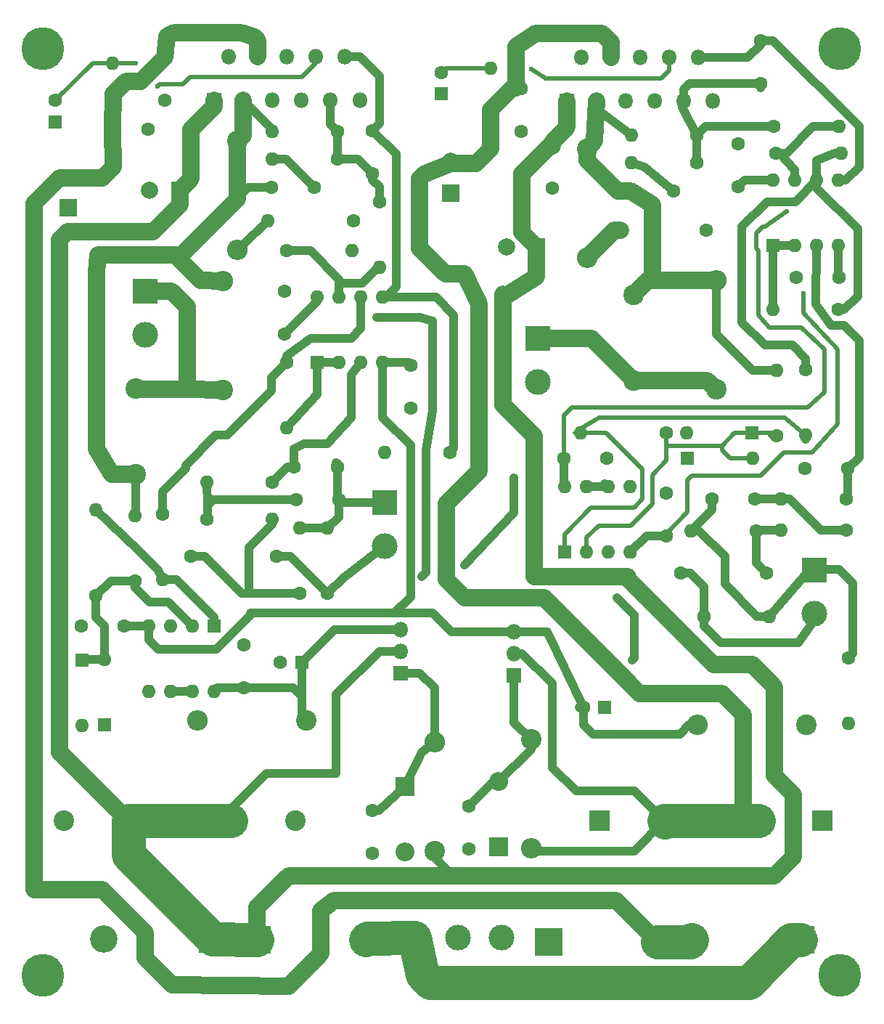
<source format=gbr>
G04 #@! TF.FileFunction,Copper,L2,Bot,Signal*
%FSLAX46Y46*%
G04 Gerber Fmt 4.6, Leading zero omitted, Abs format (unit mm)*
G04 Created by KiCad (PCBNEW 4.0.7) date 11/12/20 01:48:35*
%MOMM*%
%LPD*%
G01*
G04 APERTURE LIST*
%ADD10C,0.100000*%
%ADD11R,1.600000X1.600000*%
%ADD12O,1.600000X1.600000*%
%ADD13R,2.400000X2.400000*%
%ADD14C,2.400000*%
%ADD15R,1.800000X1.800000*%
%ADD16O,1.800000X1.800000*%
%ADD17C,1.600000*%
%ADD18O,2.400000X2.400000*%
%ADD19R,2.000000X2.000000*%
%ADD20C,2.000000*%
%ADD21R,3.200000X3.200000*%
%ADD22O,3.200000X3.200000*%
%ADD23R,2.200000X2.200000*%
%ADD24O,2.200000X2.200000*%
%ADD25R,3.000000X3.000000*%
%ADD26C,3.000000*%
%ADD27C,5.000000*%
%ADD28C,0.600000*%
%ADD29C,1.000000*%
%ADD30C,0.500000*%
%ADD31C,2.000000*%
%ADD32C,4.000000*%
G04 APERTURE END LIST*
D10*
D11*
X103250000Y-99750000D03*
D12*
X110870000Y-99750000D03*
D13*
X93000000Y-142000000D03*
D14*
X100500000Y-142000000D03*
D15*
X48000000Y-58000000D03*
D16*
X49700000Y-52920000D03*
X51400000Y-58000000D03*
X53100000Y-52920000D03*
X54800000Y-58000000D03*
X56500000Y-52920000D03*
X58200000Y-58000000D03*
X59900000Y-52920000D03*
X61600000Y-58000000D03*
X63300000Y-52920000D03*
X65000000Y-58000000D03*
D17*
X59700000Y-68100000D03*
X54700000Y-68100000D03*
D14*
X73750000Y-145500000D03*
D18*
X73750000Y-132800000D03*
D13*
X38000000Y-142000000D03*
D14*
X30500000Y-142000000D03*
D17*
X45275000Y-111175000D03*
X55275000Y-111175000D03*
X62550000Y-104575000D03*
X57550000Y-104575000D03*
X62375000Y-100725000D03*
X57375000Y-100725000D03*
X66500000Y-66500000D03*
X66500000Y-61500000D03*
D11*
X29500000Y-60500000D03*
D17*
X29500000Y-58000000D03*
X64250000Y-72000000D03*
D12*
X54250000Y-72000000D03*
D13*
X50000000Y-142000000D03*
D14*
X57500000Y-142000000D03*
D17*
X34250000Y-115750000D03*
D12*
X34250000Y-105750000D03*
D17*
X45350000Y-61350000D03*
X40350000Y-61350000D03*
X42250000Y-53000000D03*
X42250000Y-58000000D03*
X66500000Y-140750000D03*
X66500000Y-145750000D03*
X77750000Y-145250000D03*
X77750000Y-140250000D03*
D11*
X58250000Y-123500000D03*
D17*
X55750000Y-123500000D03*
D11*
X93600000Y-128800000D03*
D17*
X91100000Y-128800000D03*
X56250000Y-85250000D03*
X56250000Y-80250000D03*
X70975000Y-88850000D03*
X70975000Y-93850000D03*
D19*
X44000000Y-68500000D03*
D20*
X40500000Y-68500000D03*
D19*
X31000000Y-70500000D03*
D20*
X31000000Y-67000000D03*
D17*
X51500000Y-126500000D03*
X51500000Y-121500000D03*
X37500000Y-119250000D03*
X32500000Y-119250000D03*
D21*
X47850000Y-155770000D03*
D22*
X35150000Y-155770000D03*
D21*
X87030000Y-156070000D03*
D22*
X99730000Y-156070000D03*
D11*
X35250000Y-130750000D03*
D12*
X35250000Y-123130000D03*
D11*
X32575000Y-123250000D03*
D12*
X32575000Y-130870000D03*
D21*
X53040000Y-155840000D03*
D22*
X65740000Y-155840000D03*
D21*
X116430000Y-155880000D03*
D22*
X103730000Y-155880000D03*
D23*
X70250000Y-138000000D03*
D24*
X70250000Y-145620000D03*
D23*
X81250000Y-145000000D03*
D24*
X81250000Y-137380000D03*
D25*
X67900000Y-104875000D03*
D26*
X67900000Y-109955000D03*
D25*
X40000000Y-80250000D03*
D26*
X40000000Y-85330000D03*
D15*
X69750000Y-124750000D03*
D16*
X69750000Y-122210000D03*
X69750000Y-119670000D03*
D17*
X75500000Y-99000000D03*
D12*
X67880000Y-99000000D03*
D17*
X61250000Y-115500000D03*
D12*
X61250000Y-107880000D03*
D17*
X58000000Y-115500000D03*
D12*
X58000000Y-107880000D03*
D17*
X47175000Y-106825000D03*
D12*
X54795000Y-106825000D03*
D17*
X54825000Y-102500000D03*
D12*
X47205000Y-102500000D03*
D17*
X56500000Y-88500000D03*
D12*
X56500000Y-96120000D03*
D17*
X56500000Y-75500000D03*
D12*
X64120000Y-75500000D03*
D17*
X67300000Y-69850000D03*
D12*
X67300000Y-77470000D03*
D17*
X36200000Y-61250000D03*
D12*
X36200000Y-53630000D03*
D17*
X62400000Y-61600000D03*
D12*
X54780000Y-61600000D03*
D17*
X62400000Y-64800000D03*
D12*
X54780000Y-64800000D03*
D14*
X50750000Y-62750000D03*
D18*
X50750000Y-75450000D03*
D14*
X49000000Y-91750000D03*
D18*
X49000000Y-79050000D03*
D14*
X85000000Y-132500000D03*
D18*
X85000000Y-145200000D03*
D14*
X58750000Y-130250000D03*
D18*
X46050000Y-130250000D03*
D14*
X117125000Y-130825000D03*
D18*
X104425000Y-130825000D03*
D11*
X60075000Y-88550000D03*
D12*
X67695000Y-80930000D03*
X62615000Y-88550000D03*
X65155000Y-80930000D03*
X65155000Y-88550000D03*
X62615000Y-80930000D03*
X67695000Y-88550000D03*
X60075000Y-80930000D03*
D11*
X48000000Y-119250000D03*
D12*
X40380000Y-126870000D03*
X45460000Y-119250000D03*
X42920000Y-126870000D03*
X42920000Y-119250000D03*
X45460000Y-126870000D03*
X40380000Y-119250000D03*
X48000000Y-126870000D03*
D25*
X71390000Y-155630000D03*
D26*
X76470000Y-155630000D03*
X81550000Y-155630000D03*
D13*
X119000000Y-142000000D03*
D14*
X111500000Y-142000000D03*
D15*
X83000000Y-125000000D03*
D16*
X83000000Y-122460000D03*
X83000000Y-119920000D03*
D14*
X38850000Y-101600000D03*
X38850000Y-91600000D03*
D17*
X38750000Y-114000000D03*
D12*
X38750000Y-106380000D03*
D17*
X42000000Y-106250000D03*
D12*
X42000000Y-113870000D03*
D17*
X112450000Y-113100000D03*
X102450000Y-113100000D03*
X106100000Y-104500000D03*
X111100000Y-104500000D03*
X116950000Y-100900000D03*
X121950000Y-100900000D03*
X109190000Y-68030000D03*
X109190000Y-63030000D03*
X120900000Y-78600000D03*
X115900000Y-78600000D03*
X111750000Y-56000000D03*
X111750000Y-51000000D03*
D19*
X85600000Y-75050000D03*
D20*
X82100000Y-75050000D03*
D17*
X83850000Y-56600000D03*
X83850000Y-61600000D03*
X87450000Y-63200000D03*
X87450000Y-68200000D03*
D19*
X75600000Y-68850000D03*
D20*
X75600000Y-65350000D03*
D11*
X74500000Y-57250000D03*
D17*
X74500000Y-54750000D03*
X101600000Y-68600000D03*
X96600000Y-68600000D03*
X100750000Y-96750000D03*
D12*
X90750000Y-96750000D03*
D17*
X105450000Y-73150000D03*
D12*
X95450000Y-73150000D03*
D17*
X88800000Y-99700000D03*
X93800000Y-99700000D03*
X100750000Y-108750000D03*
X100750000Y-103750000D03*
D11*
X110750000Y-96750000D03*
D12*
X103130000Y-96750000D03*
D25*
X118000000Y-112750000D03*
D26*
X118000000Y-117830000D03*
D25*
X85750000Y-85750000D03*
D26*
X85750000Y-90830000D03*
D14*
X96950000Y-80650000D03*
X96950000Y-90650000D03*
D17*
X105200000Y-118150000D03*
D12*
X112820000Y-118150000D03*
D17*
X111300000Y-108150000D03*
D12*
X103680000Y-108150000D03*
D17*
X121800000Y-108100000D03*
D12*
X114180000Y-108100000D03*
D17*
X121750000Y-104450000D03*
D12*
X114130000Y-104450000D03*
D17*
X120850000Y-82400000D03*
D12*
X113230000Y-82400000D03*
D17*
X113520000Y-64120000D03*
D12*
X121140000Y-64120000D03*
D17*
X113320000Y-60990000D03*
D12*
X120940000Y-60990000D03*
D17*
X80300000Y-61850000D03*
D12*
X80300000Y-54230000D03*
D17*
X104300000Y-65300000D03*
D12*
X96680000Y-65300000D03*
D17*
X104300000Y-62000000D03*
D12*
X96680000Y-62000000D03*
D17*
X113600000Y-97100000D03*
D12*
X113600000Y-89480000D03*
D17*
X117050000Y-89400000D03*
D12*
X117050000Y-97020000D03*
D14*
X91500000Y-63650000D03*
D18*
X91500000Y-76350000D03*
D14*
X106600000Y-91700000D03*
D18*
X106600000Y-79000000D03*
D11*
X113200000Y-74950000D03*
D12*
X120820000Y-67330000D03*
X115740000Y-74950000D03*
X118280000Y-67330000D03*
X118280000Y-74950000D03*
X115740000Y-67330000D03*
X120820000Y-74950000D03*
X113200000Y-67330000D03*
D15*
X89200000Y-58100000D03*
D16*
X90900000Y-53020000D03*
X92600000Y-58100000D03*
X94300000Y-53020000D03*
X96000000Y-58100000D03*
X97700000Y-53020000D03*
X99400000Y-58100000D03*
X101100000Y-53020000D03*
X102800000Y-58100000D03*
X104500000Y-53020000D03*
X106200000Y-58100000D03*
D11*
X88925000Y-110650000D03*
D12*
X96545000Y-103030000D03*
X91465000Y-110650000D03*
X94005000Y-103030000D03*
X94005000Y-110650000D03*
X91465000Y-103030000D03*
X96545000Y-110650000D03*
X88925000Y-103030000D03*
D17*
X122000000Y-123000000D03*
D12*
X122000000Y-130620000D03*
D27*
X121000000Y-160000000D03*
X28000000Y-160000000D03*
X28000000Y-52000000D03*
X121000000Y-52000000D03*
D28*
X41400000Y-56400000D03*
X38900000Y-53650000D03*
X67000000Y-83250000D03*
X72250000Y-113500000D03*
X114810000Y-70920000D03*
X82975000Y-102000000D03*
X77200000Y-112125000D03*
X95000000Y-116000000D03*
X96750000Y-123250000D03*
X116750000Y-80500000D03*
X85000000Y-54300000D03*
D29*
X54795000Y-107380000D02*
X52075000Y-110100000D01*
X52075000Y-110100000D02*
X52075000Y-115500000D01*
X54795000Y-106825000D02*
X54795000Y-107380000D01*
X45275000Y-111175000D02*
X46900000Y-111175000D01*
X51225000Y-115500000D02*
X52075000Y-115500000D01*
X52075000Y-115500000D02*
X58000000Y-115500000D01*
X46900000Y-111175000D02*
X51225000Y-115500000D01*
X55275000Y-111175000D02*
X56925000Y-111175000D01*
X56925000Y-111175000D02*
X61250000Y-115500000D01*
X67900000Y-109955000D02*
X63170000Y-113580000D01*
X63170000Y-113580000D02*
X61250000Y-115500000D01*
X67900000Y-104875000D02*
X62850000Y-104875000D01*
X62850000Y-104875000D02*
X62550000Y-104575000D01*
X67695000Y-80930000D02*
X73930000Y-80930000D01*
X76000000Y-83000000D02*
X76000000Y-98500000D01*
X73930000Y-80930000D02*
X76000000Y-83000000D01*
X76000000Y-98500000D02*
X75500000Y-99000000D01*
X63300000Y-52920000D02*
X65020000Y-52920000D01*
X67300000Y-60700000D02*
X66500000Y-61500000D01*
X67300000Y-55200000D02*
X67300000Y-60700000D01*
X65020000Y-52920000D02*
X67300000Y-55200000D01*
X62375000Y-100725000D02*
X62375000Y-104400000D01*
X62375000Y-104400000D02*
X62550000Y-104575000D01*
X61250000Y-107880000D02*
X58000000Y-107880000D01*
X62550000Y-104575000D02*
X62550000Y-106580000D01*
X62550000Y-106580000D02*
X61250000Y-107880000D01*
X67075000Y-104050000D02*
X67900000Y-104875000D01*
X62275000Y-100225000D02*
X62375000Y-100325000D01*
X62375000Y-100325000D02*
X62375000Y-100725000D01*
X67695000Y-80930000D02*
X68070000Y-80930000D01*
X68070000Y-80930000D02*
X69250000Y-79750000D01*
X69250000Y-79750000D02*
X69250000Y-64250000D01*
X69250000Y-64250000D02*
X66500000Y-61500000D01*
X62850000Y-104875000D02*
X62550000Y-104575000D01*
X67850000Y-104825000D02*
X67900000Y-104875000D01*
D30*
X67000000Y-61000000D02*
X66500000Y-61500000D01*
X63380000Y-53000000D02*
X63300000Y-52920000D01*
D29*
X57550000Y-104575000D02*
X47900000Y-104575000D01*
X47253370Y-105221630D02*
X47253370Y-105221619D01*
X47900000Y-104575000D02*
X47253370Y-105221630D01*
X47205000Y-102500000D02*
X47253370Y-105221619D01*
X47253370Y-105221619D02*
X47280000Y-106720000D01*
X47280000Y-106720000D02*
X47175000Y-106825000D01*
X57375000Y-100725000D02*
X57375000Y-98625000D01*
X64000000Y-89955000D02*
X65155000Y-88550000D01*
X64000000Y-95000000D02*
X64000000Y-89955000D01*
X61250000Y-98000000D02*
X64000000Y-95000000D01*
X58500000Y-98000000D02*
X61250000Y-98000000D01*
X57375000Y-98625000D02*
X58500000Y-98000000D01*
X57375000Y-100725000D02*
X57375000Y-100225000D01*
X57375000Y-100725000D02*
X56600000Y-100725000D01*
X56600000Y-100725000D02*
X54825000Y-102500000D01*
X61600000Y-58000000D02*
X61600000Y-60800000D01*
X61600000Y-60800000D02*
X62400000Y-61600000D01*
X62400000Y-64800000D02*
X64800000Y-64800000D01*
X64800000Y-64800000D02*
X66500000Y-66500000D01*
X62400000Y-61600000D02*
X62400000Y-64800000D01*
X62000000Y-61200000D02*
X62400000Y-61600000D01*
X66500000Y-66500000D02*
X66500000Y-67250000D01*
X66500000Y-67250000D02*
X67300000Y-68050000D01*
X67300000Y-68050000D02*
X67300000Y-69850000D01*
D30*
X61600000Y-58000000D02*
X62000000Y-58000000D01*
X61600000Y-58000000D02*
X61600000Y-58100000D01*
D29*
X54780000Y-64800000D02*
X56400000Y-64800000D01*
X56400000Y-64800000D02*
X59700000Y-68100000D01*
X54700000Y-68100000D02*
X52000000Y-68100000D01*
X52000000Y-68100000D02*
X50750000Y-69350000D01*
X50750000Y-62750000D02*
X50750000Y-63250000D01*
X54780000Y-61600000D02*
X54780000Y-61330000D01*
X54780000Y-61330000D02*
X51400000Y-58000000D01*
D31*
X44050000Y-76600000D02*
X44050000Y-76200000D01*
X50750000Y-69500000D02*
X50750000Y-69350000D01*
X50750000Y-69350000D02*
X50750000Y-62750000D01*
X44050000Y-76200000D02*
X50750000Y-69500000D01*
X38850000Y-101600000D02*
X36050000Y-101600000D01*
X46450000Y-79000000D02*
X49000000Y-79050000D01*
X43500000Y-76050000D02*
X44050000Y-76600000D01*
X44050000Y-76600000D02*
X46450000Y-79000000D01*
X34500000Y-76050000D02*
X43500000Y-76050000D01*
X34300000Y-78000000D02*
X34500000Y-76050000D01*
X34300000Y-98600000D02*
X34300000Y-78000000D01*
X36050000Y-101600000D02*
X34300000Y-98600000D01*
D29*
X38850000Y-101600000D02*
X38850000Y-105780000D01*
X38850000Y-105780000D02*
X38750000Y-106380000D01*
D31*
X51400000Y-58000000D02*
X51400000Y-62100000D01*
X51400000Y-62100000D02*
X50750000Y-62750000D01*
D29*
X51400000Y-62100000D02*
X50750000Y-62750000D01*
D30*
X51400000Y-57600000D02*
X51400000Y-58000000D01*
X36200000Y-53630000D02*
X38880000Y-53630000D01*
X58300000Y-55300000D02*
X59900000Y-53700000D01*
X45200000Y-55300000D02*
X58300000Y-55300000D01*
X44400000Y-56100000D02*
X45200000Y-55300000D01*
X41700000Y-56100000D02*
X44400000Y-56100000D01*
X41400000Y-56400000D02*
X41700000Y-56100000D01*
X38880000Y-53630000D02*
X38900000Y-53650000D01*
X59900000Y-53700000D02*
X59900000Y-52920000D01*
X36200000Y-53630000D02*
X33870000Y-53630000D01*
X33870000Y-53630000D02*
X29500000Y-58000000D01*
D31*
X87450000Y-63200000D02*
X87450000Y-62850000D01*
X87450000Y-62850000D02*
X89200000Y-61100000D01*
X89200000Y-61100000D02*
X89200000Y-58100000D01*
X87450000Y-63200000D02*
X87300000Y-63200000D01*
X87300000Y-63200000D02*
X83950000Y-66550000D01*
X83950000Y-66550000D02*
X83950000Y-73400000D01*
X83950000Y-73400000D02*
X85600000Y-75050000D01*
X45350000Y-61350000D02*
X45350000Y-67150000D01*
X45350000Y-67150000D02*
X44000000Y-68500000D01*
X48000000Y-58000000D02*
X48000000Y-58700000D01*
X48000000Y-58700000D02*
X45350000Y-61350000D01*
D29*
X73750000Y-145500000D02*
X73750000Y-146250000D01*
X73750000Y-146250000D02*
X75900000Y-148400000D01*
D31*
X96250000Y-113550000D02*
X96250000Y-113750000D01*
X96250000Y-113550000D02*
X93475000Y-113550000D01*
X85325000Y-103475000D02*
X85325000Y-97125000D01*
X85325000Y-97125000D02*
X81700000Y-93500000D01*
X85325000Y-103475000D02*
X85325000Y-113530824D01*
X53040000Y-152060000D02*
X56700000Y-148400000D01*
X56700000Y-148400000D02*
X70850000Y-148400000D01*
X70850000Y-148400000D02*
X75900000Y-148400000D01*
X75900000Y-148400000D02*
X113350000Y-148400000D01*
X113350000Y-148400000D02*
X115550000Y-146200000D01*
X115550000Y-146200000D02*
X115550000Y-138900000D01*
X115550000Y-138900000D02*
X113400000Y-136750000D01*
X113400000Y-136750000D02*
X113400000Y-129500000D01*
X53040000Y-155840000D02*
X53040000Y-152060000D01*
X93475000Y-113550000D02*
X85325000Y-113530824D01*
X81700000Y-93500000D02*
X81700000Y-81000000D01*
X113400000Y-126350000D02*
X113400000Y-129500000D01*
X110825000Y-123775000D02*
X113400000Y-126350000D01*
X106275000Y-123775000D02*
X110825000Y-123775000D01*
X96250000Y-113750000D02*
X106275000Y-123775000D01*
X44000000Y-68500000D02*
X44000000Y-70200000D01*
X44000000Y-70200000D02*
X40900000Y-73300000D01*
X40900000Y-73300000D02*
X30900000Y-73300000D01*
X30900000Y-73300000D02*
X30000000Y-74200000D01*
X30000000Y-74200000D02*
X30000000Y-80050000D01*
X30000000Y-80050000D02*
X30000000Y-92250000D01*
X30000000Y-91750000D02*
X30000000Y-92250000D01*
X30000000Y-92250000D02*
X30000000Y-118150000D01*
X87450000Y-63350000D02*
X87450000Y-63150000D01*
X85600000Y-75050000D02*
X85650000Y-78550000D01*
X85650000Y-78550000D02*
X81700000Y-81000000D01*
X81700000Y-81000000D02*
X81700000Y-80600000D01*
D29*
X50000000Y-142000000D02*
X50000000Y-140600000D01*
X54100000Y-136500000D02*
X62250000Y-136500000D01*
X50000000Y-140600000D02*
X54100000Y-136500000D01*
X69750000Y-122210000D02*
X67290000Y-122210000D01*
X62250000Y-127250000D02*
X62250000Y-136500000D01*
X67290000Y-122210000D02*
X62250000Y-127250000D01*
D31*
X44500000Y-68000000D02*
X44000000Y-68500000D01*
X30000000Y-118150000D02*
X30000000Y-134000000D01*
X30000000Y-134000000D02*
X38000000Y-142000000D01*
X30000000Y-118150000D02*
X30000000Y-119000000D01*
D32*
X38000000Y-142000000D02*
X38000000Y-145920000D01*
X38000000Y-145920000D02*
X47850000Y-155770000D01*
D29*
X44500000Y-68000000D02*
X44000000Y-68500000D01*
X48000000Y-58000000D02*
X47750000Y-58000000D01*
D32*
X50000000Y-142000000D02*
X38000000Y-142000000D01*
X53040000Y-155840000D02*
X47870000Y-155750000D01*
X47870000Y-155750000D02*
X47850000Y-155770000D01*
D29*
X38750000Y-114000000D02*
X38750000Y-114750000D01*
X38750000Y-114750000D02*
X40500000Y-116500000D01*
X42710000Y-116500000D02*
X45460000Y-119250000D01*
X40500000Y-116500000D02*
X42710000Y-116500000D01*
X35250000Y-123130000D02*
X32695000Y-123130000D01*
X32695000Y-123130000D02*
X32575000Y-123250000D01*
X34250000Y-115750000D02*
X34250000Y-118250000D01*
X35250000Y-119250000D02*
X35250000Y-123130000D01*
X34250000Y-118250000D02*
X35250000Y-119250000D01*
X38750000Y-114000000D02*
X36000000Y-114000000D01*
X36000000Y-114000000D02*
X34250000Y-115750000D01*
X42000000Y-113870000D02*
X43620000Y-113870000D01*
X48000000Y-118250000D02*
X48000000Y-119250000D01*
X43620000Y-113870000D02*
X48000000Y-118250000D01*
X34250000Y-105750000D02*
X39200000Y-110500000D01*
X41475000Y-112775000D02*
X42000000Y-113870000D01*
X39200000Y-110500000D02*
X41475000Y-112775000D01*
X83850000Y-56600000D02*
X83850000Y-56000000D01*
X83850000Y-56000000D02*
X83200000Y-55350000D01*
D30*
X83850000Y-56000000D02*
X83200000Y-55350000D01*
D31*
X83200000Y-56500000D02*
X83200000Y-55350000D01*
X83200000Y-55350000D02*
X83200000Y-51750000D01*
X94300000Y-51200000D02*
X94300000Y-53020000D01*
X93250000Y-50150000D02*
X94300000Y-51200000D01*
X85550000Y-50150000D02*
X93250000Y-50150000D01*
X83200000Y-51750000D02*
X85550000Y-50150000D01*
X80300000Y-61850000D02*
X80300000Y-63650000D01*
X78600000Y-65350000D02*
X75600000Y-65350000D01*
X80300000Y-63650000D02*
X78600000Y-65350000D01*
X83200000Y-56500000D02*
X82750000Y-56600000D01*
X80300000Y-59050000D02*
X80300000Y-61850000D01*
X82750000Y-56600000D02*
X80300000Y-59050000D01*
X31000000Y-67000000D02*
X30000000Y-67000000D01*
X30000000Y-67000000D02*
X27000000Y-70000000D01*
X27000000Y-90800000D02*
X27000000Y-70000000D01*
X36200000Y-61250000D02*
X36250000Y-65750000D01*
X35000000Y-67000000D02*
X31000000Y-67000000D01*
X36250000Y-65750000D02*
X35000000Y-67000000D01*
X27000000Y-150000000D02*
X35000000Y-150000000D01*
X40000000Y-158000000D02*
X43100000Y-161100000D01*
X40000000Y-155000000D02*
X40000000Y-158000000D01*
X35000000Y-150000000D02*
X40000000Y-155000000D01*
D29*
X100500000Y-142000000D02*
X97000000Y-145500000D01*
X97000000Y-145500000D02*
X85300000Y-145500000D01*
X85300000Y-145500000D02*
X85000000Y-145200000D01*
X85000000Y-145200000D02*
X85450000Y-145200000D01*
D31*
X109750000Y-130750000D02*
X109750000Y-129575000D01*
X109750000Y-142000000D02*
X109750000Y-130750000D01*
X80600000Y-115975000D02*
X77250000Y-115975000D01*
X75150000Y-105000000D02*
X78950000Y-101200000D01*
X75150000Y-113875000D02*
X75150000Y-105000000D01*
X77250000Y-115975000D02*
X75150000Y-113875000D01*
X72500000Y-66650000D02*
X75600000Y-65350000D01*
X72000000Y-67150000D02*
X72500000Y-66650000D01*
X72000000Y-75250000D02*
X72000000Y-67150000D01*
X75000000Y-78250000D02*
X72000000Y-75250000D01*
X77250000Y-78250000D02*
X75000000Y-78250000D01*
X78950000Y-81650000D02*
X77250000Y-78250000D01*
X78950000Y-101200000D02*
X78950000Y-81650000D01*
X86525000Y-115975000D02*
X96900000Y-126350000D01*
X80600000Y-115975000D02*
X86525000Y-115975000D01*
X97675000Y-127125000D02*
X96900000Y-126350000D01*
X107300000Y-127125000D02*
X97675000Y-127125000D01*
X109750000Y-129575000D02*
X107300000Y-127125000D01*
X27000000Y-96500000D02*
X27000000Y-90800000D01*
X27000000Y-112675000D02*
X27000000Y-96500000D01*
X93700000Y-151250000D02*
X94910000Y-151250000D01*
X62000000Y-151250000D02*
X60500000Y-152500000D01*
X60500000Y-152500000D02*
X60500000Y-157500000D01*
X60500000Y-157500000D02*
X56750000Y-161250000D01*
X56750000Y-161250000D02*
X43100000Y-161100000D01*
X93700000Y-151250000D02*
X62000000Y-151250000D01*
X94910000Y-151250000D02*
X99730000Y-156070000D01*
X27000000Y-150000000D02*
X27000000Y-112675000D01*
X75600000Y-65350000D02*
X75600000Y-65100000D01*
X42250000Y-53000000D02*
X42480000Y-50540000D01*
X53100000Y-51000000D02*
X53100000Y-52920000D01*
X52750000Y-50650000D02*
X53100000Y-51000000D01*
X51130000Y-50140000D02*
X52750000Y-50650000D01*
X43380000Y-50140000D02*
X51130000Y-50140000D01*
X42480000Y-50540000D02*
X43380000Y-50140000D01*
X36200000Y-61250000D02*
X36250000Y-57250000D01*
X39500000Y-55750000D02*
X42250000Y-53000000D01*
X37750000Y-55750000D02*
X39500000Y-55750000D01*
X36250000Y-57250000D02*
X37750000Y-55750000D01*
X27000000Y-112675000D02*
X27000000Y-111500000D01*
D29*
X83000000Y-122460000D02*
X83960000Y-122460000D01*
X97000000Y-138500000D02*
X100500000Y-142000000D01*
X90250000Y-138500000D02*
X97000000Y-138500000D01*
X87500000Y-135750000D02*
X90250000Y-138500000D01*
X87500000Y-126000000D02*
X87500000Y-135750000D01*
X83960000Y-122460000D02*
X87500000Y-126000000D01*
X53100000Y-52350000D02*
X53100000Y-52920000D01*
D32*
X100500000Y-142000000D02*
X109750000Y-142000000D01*
X109750000Y-142000000D02*
X111500000Y-142000000D01*
D29*
X111500000Y-142000000D02*
X111500000Y-141160000D01*
D32*
X100610000Y-142110000D02*
X100500000Y-142000000D01*
X99730000Y-156070000D02*
X103540000Y-156070000D01*
X103540000Y-156070000D02*
X103730000Y-155880000D01*
D29*
X69750000Y-124750000D02*
X72000000Y-124750000D01*
X73750000Y-126500000D02*
X73750000Y-132800000D01*
X72000000Y-124750000D02*
X73750000Y-126500000D01*
X73750000Y-132800000D02*
X72250000Y-134000000D01*
X72250000Y-134000000D02*
X70250000Y-138000000D01*
X66500000Y-140750000D02*
X67250000Y-140750000D01*
X67250000Y-140750000D02*
X70250000Y-138000000D01*
X80620000Y-137380000D02*
X77750000Y-140250000D01*
X85000000Y-133630000D02*
X81250000Y-137380000D01*
X83000000Y-125000000D02*
X83000000Y-130500000D01*
X83000000Y-130500000D02*
X85000000Y-132500000D01*
X84750000Y-132250000D02*
X85000000Y-132500000D01*
X85000000Y-132500000D02*
X85000000Y-133630000D01*
X81250000Y-137380000D02*
X80620000Y-137380000D01*
X113200000Y-67330000D02*
X109890000Y-67330000D01*
X109890000Y-67330000D02*
X109190000Y-68030000D01*
X60075000Y-80930000D02*
X60075000Y-81425000D01*
X60075000Y-81425000D02*
X56250000Y-85250000D01*
X72000000Y-83250000D02*
X67000000Y-83250000D01*
X73500000Y-83750000D02*
X72000000Y-83250000D01*
X73500000Y-94250000D02*
X73500000Y-83750000D01*
X72750000Y-98750000D02*
X73500000Y-94250000D01*
X72750000Y-113000000D02*
X72750000Y-98750000D01*
X72250000Y-113500000D02*
X72750000Y-113000000D01*
X51500000Y-126500000D02*
X57250000Y-126500000D01*
X57250000Y-126500000D02*
X58250000Y-127500000D01*
D30*
X88800000Y-99700000D02*
X88800000Y-94700000D01*
X112250000Y-72750000D02*
X114810000Y-70920000D01*
X112000000Y-72750000D02*
X112250000Y-72750000D01*
X111250000Y-73500000D02*
X112000000Y-72750000D01*
X111250000Y-75250000D02*
X111250000Y-73500000D01*
X111500000Y-75500000D02*
X111250000Y-75250000D01*
X111500000Y-83000000D02*
X111500000Y-75500000D01*
X112750000Y-84500000D02*
X111500000Y-83000000D01*
X116500000Y-84500000D02*
X112750000Y-84500000D01*
X119250000Y-87000000D02*
X116500000Y-84500000D01*
X119250000Y-92000000D02*
X119250000Y-87000000D01*
X117250000Y-93750000D02*
X119250000Y-92000000D01*
X89750000Y-93750000D02*
X117250000Y-93750000D01*
X88800000Y-94700000D02*
X89750000Y-93750000D01*
D29*
X82975000Y-106100000D02*
X82975000Y-102000000D01*
X77200000Y-112125000D02*
X82975000Y-106100000D01*
X88800000Y-99700000D02*
X88800000Y-102905000D01*
X88800000Y-102905000D02*
X88925000Y-103030000D01*
X88800000Y-102905000D02*
X88925000Y-103030000D01*
X58250000Y-123500000D02*
X58250000Y-127500000D01*
X58250000Y-127500000D02*
X58250000Y-129750000D01*
X58250000Y-129750000D02*
X58750000Y-130250000D01*
X51500000Y-126500000D02*
X48370000Y-126500000D01*
X48370000Y-126500000D02*
X48000000Y-126870000D01*
X69750000Y-119670000D02*
X62080000Y-119670000D01*
X62080000Y-119670000D02*
X58250000Y-123500000D01*
X70950000Y-98525000D02*
X70950000Y-98200000D01*
X70950000Y-98525000D02*
X70950000Y-115850000D01*
X69050000Y-117750000D02*
X70950000Y-115850000D01*
X67695000Y-94945000D02*
X67695000Y-88550000D01*
X70950000Y-98200000D02*
X67695000Y-94945000D01*
X97000000Y-118000000D02*
X95000000Y-116000000D01*
X97000000Y-123000000D02*
X97000000Y-118000000D01*
X96750000Y-123250000D02*
X97000000Y-123000000D01*
X52250000Y-117750000D02*
X52250000Y-118000000D01*
X69050000Y-117750000D02*
X52250000Y-117750000D01*
X40380000Y-120880000D02*
X40380000Y-119250000D01*
X41500000Y-122000000D02*
X40380000Y-120880000D01*
X48250000Y-122000000D02*
X41500000Y-122000000D01*
X52250000Y-118000000D02*
X48250000Y-122000000D01*
X40380000Y-119250000D02*
X37500000Y-119250000D01*
X100750000Y-108750000D02*
X98445000Y-108750000D01*
X98445000Y-108750000D02*
X96545000Y-110650000D01*
D30*
X120750000Y-87750000D02*
X120750000Y-87000000D01*
X116750000Y-82750000D02*
X116750000Y-80500000D01*
X120750000Y-87000000D02*
X116750000Y-82750000D01*
X100750000Y-108750000D02*
X100750000Y-108500000D01*
X100750000Y-108500000D02*
X103250000Y-106000000D01*
X103250000Y-106000000D02*
X103250000Y-102250000D01*
X103250000Y-102250000D02*
X103750000Y-101750000D01*
X103750000Y-101750000D02*
X111750000Y-101750000D01*
X111750000Y-101750000D02*
X114500000Y-99000000D01*
X114500000Y-99000000D02*
X117750000Y-99000000D01*
X117750000Y-99000000D02*
X120750000Y-95750000D01*
X120750000Y-95750000D02*
X120750000Y-87750000D01*
X120750000Y-87750000D02*
X120750000Y-87500000D01*
D29*
X104425000Y-130825000D02*
X103425000Y-130825000D01*
X103425000Y-130825000D02*
X102350000Y-131900000D01*
X102350000Y-131900000D02*
X92200000Y-131900000D01*
X92200000Y-131900000D02*
X91100000Y-130800000D01*
X91100000Y-130800000D02*
X91100000Y-128800000D01*
X96820000Y-110925000D02*
X96545000Y-110650000D01*
X120820000Y-74950000D02*
X120820000Y-78520000D01*
X120820000Y-78520000D02*
X120900000Y-78600000D01*
X67695000Y-88550000D02*
X67695000Y-88855000D01*
X67695000Y-88550000D02*
X70675000Y-88550000D01*
X70675000Y-88550000D02*
X70975000Y-88850000D01*
X83000000Y-119920000D02*
X75670000Y-119920000D01*
X73500000Y-117750000D02*
X69050000Y-117750000D01*
X75670000Y-119920000D02*
X73500000Y-117750000D01*
X83000000Y-119920000D02*
X82670000Y-119920000D01*
X91100000Y-128800000D02*
X90600000Y-128800000D01*
X90600000Y-128800000D02*
X90650000Y-128850000D01*
X83000000Y-119920000D02*
X86920000Y-119920000D01*
X86920000Y-119920000D02*
X91100000Y-128800000D01*
D32*
X116430000Y-155880000D02*
X115370000Y-155880000D01*
X115370000Y-155880000D02*
X110420000Y-160830000D01*
X71390000Y-155630000D02*
X72280000Y-159890000D01*
X73220000Y-160830000D02*
X110420000Y-160830000D01*
X72280000Y-159890000D02*
X73220000Y-160830000D01*
X71390000Y-155630000D02*
X65920000Y-155660000D01*
X65920000Y-155660000D02*
X65740000Y-155840000D01*
D31*
X40000000Y-80250000D02*
X43050000Y-80250000D01*
X43050000Y-80250000D02*
X44850000Y-82050000D01*
X44850000Y-82050000D02*
X44850000Y-91700000D01*
X49000000Y-91750000D02*
X44850000Y-91700000D01*
X44850000Y-91700000D02*
X38950000Y-91700000D01*
X38950000Y-91700000D02*
X38850000Y-91600000D01*
D29*
X60075000Y-88550000D02*
X60075000Y-92295000D01*
X60075000Y-92295000D02*
X56500000Y-96120000D01*
X62615000Y-88550000D02*
X60075000Y-88550000D01*
X42000000Y-106250000D02*
X42000000Y-103620000D01*
X54710000Y-90290000D02*
X56500000Y-88500000D01*
X54710000Y-91810000D02*
X54710000Y-90290000D01*
X49510000Y-97010000D02*
X54710000Y-91810000D01*
X48220000Y-97010000D02*
X49510000Y-97010000D01*
X44700000Y-100530000D02*
X48220000Y-97010000D01*
X44700000Y-100920000D02*
X44700000Y-100530000D01*
X42000000Y-103620000D02*
X44700000Y-100920000D01*
X56500000Y-87750000D02*
X59250000Y-85750000D01*
X65155000Y-84595000D02*
X65155000Y-80930000D01*
X64000000Y-85750000D02*
X65155000Y-84595000D01*
X59250000Y-85750000D02*
X64000000Y-85750000D01*
X56500000Y-88500000D02*
X56500000Y-87750000D01*
X64120000Y-75500000D02*
X64120000Y-75330000D01*
X45460000Y-126870000D02*
X42920000Y-126870000D01*
X54250000Y-72000000D02*
X51200000Y-75000000D01*
X51200000Y-75000000D02*
X50750000Y-75450000D01*
X114180000Y-108100000D02*
X111350000Y-108100000D01*
X111350000Y-108100000D02*
X111300000Y-108150000D01*
X111300000Y-108150000D02*
X111300000Y-111950000D01*
X111300000Y-111950000D02*
X112450000Y-113100000D01*
X102450000Y-113100000D02*
X103600000Y-113100000D01*
X105200000Y-114700000D02*
X105200000Y-118150000D01*
X103600000Y-113100000D02*
X105200000Y-114700000D01*
X118000000Y-117830000D02*
X118000000Y-118600000D01*
X118000000Y-118600000D02*
X116200000Y-121200000D01*
X116200000Y-121200000D02*
X107100000Y-121200000D01*
X107100000Y-121200000D02*
X105200000Y-119300000D01*
X105200000Y-119300000D02*
X105200000Y-118150000D01*
X114130000Y-104450000D02*
X111150000Y-104450000D01*
X111150000Y-104450000D02*
X111100000Y-104500000D01*
X114130000Y-104450000D02*
X115150000Y-104450000D01*
X118800000Y-108100000D02*
X121800000Y-108100000D01*
X115150000Y-104450000D02*
X118800000Y-108100000D01*
X121870000Y-108030000D02*
X121800000Y-108100000D01*
X118280000Y-74950000D02*
X118250000Y-81750000D01*
X123250000Y-99600000D02*
X121950000Y-100900000D01*
X123250000Y-86000000D02*
X123250000Y-99600000D01*
X121500000Y-84250000D02*
X123250000Y-86000000D01*
X120000000Y-84250000D02*
X121500000Y-84250000D01*
X118250000Y-81750000D02*
X120000000Y-84250000D01*
X121950000Y-100900000D02*
X121950000Y-104250000D01*
X121950000Y-104250000D02*
X121750000Y-104450000D01*
X113320000Y-60990000D02*
X105310000Y-60990000D01*
X105310000Y-60990000D02*
X104300000Y-62000000D01*
X104380000Y-61920000D02*
X104300000Y-62000000D01*
X102800000Y-58100000D02*
X102800000Y-56700000D01*
X103500000Y-56000000D02*
X111750000Y-56000000D01*
X102800000Y-56700000D02*
X103500000Y-56000000D01*
X111750000Y-56000000D02*
X111750000Y-56500000D01*
X104300000Y-62000000D02*
X104300000Y-65300000D01*
X102800000Y-58100000D02*
X102600000Y-58850000D01*
X102600000Y-58850000D02*
X104300000Y-62000000D01*
D30*
X101100000Y-54500000D02*
X101100000Y-53020000D01*
X100150000Y-55450000D02*
X101100000Y-54500000D01*
X86750000Y-55450000D02*
X100150000Y-55450000D01*
X85000000Y-54300000D02*
X86750000Y-55450000D01*
X80300000Y-54230000D02*
X75020000Y-54230000D01*
X75020000Y-54230000D02*
X74500000Y-54750000D01*
D29*
X96680000Y-65300000D02*
X98250000Y-65750000D01*
X98250000Y-65750000D02*
X101600000Y-68600000D01*
D31*
X91500000Y-63650000D02*
X91500000Y-65000000D01*
X95100000Y-68600000D02*
X96600000Y-68600000D01*
X91500000Y-65000000D02*
X95100000Y-68600000D01*
X99200000Y-71750000D02*
X99200000Y-70200000D01*
X99200000Y-70200000D02*
X96600000Y-68600000D01*
X99200000Y-79000000D02*
X99200000Y-71750000D01*
D29*
X96680000Y-62000000D02*
X95000000Y-60750000D01*
X95000000Y-60750000D02*
X92600000Y-59000000D01*
X92600000Y-59000000D02*
X92600000Y-58100000D01*
X106600000Y-79000000D02*
X106600000Y-85200000D01*
X110880000Y-89480000D02*
X113600000Y-89480000D01*
X106600000Y-85200000D02*
X110880000Y-89480000D01*
D31*
X91500000Y-63650000D02*
X91500000Y-64050000D01*
X106600000Y-79000000D02*
X103450000Y-79000000D01*
X103450000Y-79000000D02*
X99200000Y-79000000D01*
X99200000Y-79000000D02*
X98600000Y-79000000D01*
X98600000Y-79000000D02*
X96950000Y-80650000D01*
X92600000Y-58100000D02*
X92400000Y-62750000D01*
X92400000Y-62750000D02*
X91500000Y-63650000D01*
D30*
X110750000Y-96750000D02*
X113250000Y-96750000D01*
X113250000Y-96750000D02*
X113600000Y-97100000D01*
X107250000Y-98250000D02*
X107250000Y-98750000D01*
X108250000Y-99750000D02*
X110870000Y-99750000D01*
X107250000Y-98750000D02*
X108250000Y-99750000D01*
X100750000Y-98250000D02*
X107250000Y-98250000D01*
X108750000Y-96750000D02*
X110750000Y-96750000D01*
X107250000Y-98250000D02*
X108750000Y-96750000D01*
X99125000Y-102250000D02*
X99125000Y-101625000D01*
X100750000Y-100000000D02*
X100750000Y-98250000D01*
X100750000Y-98250000D02*
X100750000Y-96750000D01*
X99125000Y-101625000D02*
X100750000Y-100000000D01*
X113600000Y-97100000D02*
X112900000Y-97100000D01*
X110750000Y-99630000D02*
X110870000Y-99750000D01*
X99125000Y-102250000D02*
X99125000Y-105050000D01*
X99125000Y-105050000D02*
X96625000Y-107550000D01*
X96625000Y-107550000D02*
X92900000Y-107550000D01*
X92900000Y-107550000D02*
X91465000Y-108985000D01*
X91465000Y-108985000D02*
X91465000Y-110650000D01*
D29*
X110900000Y-99720000D02*
X110870000Y-99750000D01*
X110900000Y-99720000D02*
X110870000Y-99750000D01*
D30*
X90750000Y-96750000D02*
X93750000Y-96750000D01*
X88925000Y-108575000D02*
X88925000Y-110650000D01*
X92000000Y-105500000D02*
X88925000Y-108575000D01*
X97000000Y-105500000D02*
X92000000Y-105500000D01*
X98000000Y-104500000D02*
X97000000Y-105500000D01*
X98000000Y-101000000D02*
X98000000Y-104500000D01*
X93750000Y-96750000D02*
X98000000Y-101000000D01*
X90750000Y-96750000D02*
X90750000Y-96250000D01*
X90750000Y-96250000D02*
X93000000Y-95000000D01*
X114530000Y-95000000D02*
X117050000Y-97020000D01*
X93000000Y-95000000D02*
X114530000Y-95000000D01*
X90750000Y-96750000D02*
X90100000Y-96750000D01*
D29*
X117050000Y-97020000D02*
X117050000Y-97550000D01*
D31*
X95450000Y-73150000D02*
X94700000Y-73150000D01*
X94700000Y-73150000D02*
X91500000Y-76350000D01*
X85750000Y-85750000D02*
X92050000Y-85750000D01*
X92050000Y-85750000D02*
X96950000Y-90650000D01*
X96950000Y-90650000D02*
X105550000Y-90650000D01*
X105550000Y-90650000D02*
X106600000Y-91700000D01*
D29*
X117050000Y-89400000D02*
X117050000Y-88100000D01*
X115810000Y-69800000D02*
X118280000Y-67330000D01*
X112550000Y-69800000D02*
X115810000Y-69800000D01*
X109610000Y-72740000D02*
X112550000Y-69800000D01*
X109610000Y-83890000D02*
X109610000Y-72740000D01*
X112250000Y-86530000D02*
X109610000Y-83890000D01*
X115480000Y-86530000D02*
X112250000Y-86530000D01*
X117050000Y-88100000D02*
X115480000Y-86530000D01*
X118280000Y-67330000D02*
X118280000Y-68180000D01*
X123100000Y-80850000D02*
X121550000Y-82400000D01*
X123100000Y-73000000D02*
X123100000Y-80850000D01*
X118280000Y-68180000D02*
X123100000Y-73000000D01*
X121550000Y-82400000D02*
X120850000Y-82400000D01*
X121140000Y-64120000D02*
X120420000Y-64120000D01*
X120420000Y-64120000D02*
X118280000Y-64970000D01*
X118280000Y-64970000D02*
X118280000Y-67330000D01*
X115740000Y-74950000D02*
X113200000Y-74950000D01*
X113200000Y-74950000D02*
X113200000Y-82370000D01*
X113200000Y-82370000D02*
X113230000Y-82400000D01*
X113520000Y-64120000D02*
X114780000Y-64120000D01*
X117910000Y-60990000D02*
X120940000Y-60990000D01*
X114780000Y-64120000D02*
X117910000Y-60990000D01*
X115740000Y-67330000D02*
X115470000Y-67330000D01*
X113520000Y-64120000D02*
X113970000Y-64120000D01*
X113970000Y-64120000D02*
X115740000Y-66140000D01*
X115740000Y-66140000D02*
X115740000Y-67330000D01*
X91465000Y-103030000D02*
X94005000Y-103030000D01*
X93560000Y-102650000D02*
X93560000Y-103060000D01*
X111750000Y-51000000D02*
X113250000Y-51000000D01*
X121670000Y-67330000D02*
X120820000Y-67330000D01*
X123250000Y-65750000D02*
X121670000Y-67330000D01*
X123250000Y-61000000D02*
X123250000Y-65750000D01*
X113250000Y-51000000D02*
X123250000Y-61000000D01*
X111750000Y-51000000D02*
X111750000Y-51500000D01*
X111750000Y-51500000D02*
X110230000Y-53020000D01*
X110230000Y-53020000D02*
X104500000Y-53020000D01*
X120920000Y-67330000D02*
X120820000Y-67330000D01*
X111730000Y-51020000D02*
X111750000Y-51000000D01*
X118000000Y-112750000D02*
X117420000Y-112750000D01*
X117420000Y-112750000D02*
X112820000Y-118150000D01*
X118000000Y-112750000D02*
X120950000Y-112700000D01*
X122500000Y-114250000D02*
X122500000Y-122500000D01*
X120950000Y-112700000D02*
X122500000Y-114250000D01*
X122500000Y-122500000D02*
X122000000Y-123000000D01*
X106100000Y-104500000D02*
X106100000Y-105730000D01*
X106100000Y-105730000D02*
X103680000Y-108150000D01*
X112820000Y-118150000D02*
X111350000Y-118150000D01*
X104600000Y-108150000D02*
X103680000Y-108150000D01*
X107600000Y-111150000D02*
X104600000Y-108150000D01*
X107600000Y-114400000D02*
X107600000Y-111150000D01*
X111350000Y-118150000D02*
X107600000Y-114400000D01*
X118000000Y-112750000D02*
X118000000Y-113050000D01*
X112820000Y-118150000D02*
X112200000Y-118150000D01*
X56500000Y-75500000D02*
X59250000Y-75500000D01*
X62615000Y-78865000D02*
X62615000Y-80930000D01*
X59250000Y-75500000D02*
X62615000Y-78865000D01*
X67300000Y-77470000D02*
X67180000Y-77470000D01*
X67180000Y-77470000D02*
X65300000Y-79350000D01*
X62615000Y-79350000D02*
X62615000Y-80930000D01*
X65300000Y-79350000D02*
X62615000Y-79350000D01*
M02*

</source>
